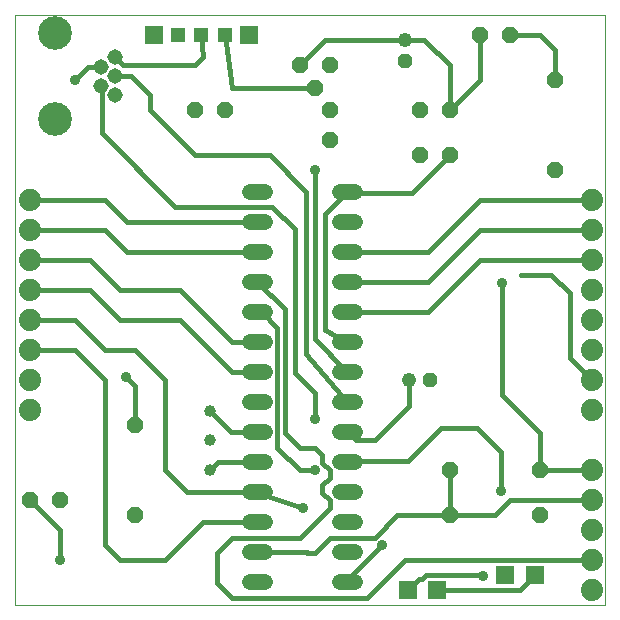
<source format=gbl>
G75*
%MOIN*%
%OFA0B0*%
%FSLAX25Y25*%
%IPPOS*%
%LPD*%
%AMOC8*
5,1,8,0,0,1.08239X$1,22.5*
%
%ADD10C,0.00000*%
%ADD11OC8,0.04800*%
%ADD12C,0.04800*%
%ADD13OC8,0.05200*%
%ADD14C,0.05150*%
%ADD15C,0.11220*%
%ADD16C,0.07400*%
%ADD17R,0.05150X0.05150*%
%ADD18R,0.05937X0.05937*%
%ADD19C,0.03969*%
%ADD20C,0.05200*%
%ADD21C,0.01000*%
%ADD22C,0.01600*%
%ADD23C,0.03562*%
D10*
X0009867Y0006093D02*
X0009867Y0202943D01*
X0206717Y0202943D01*
X0206717Y0006093D01*
X0009867Y0006093D01*
D11*
X0148367Y0081093D03*
X0139867Y0187593D03*
D12*
X0139867Y0194593D03*
X0141367Y0081093D03*
D13*
X0154867Y0051093D03*
X0154867Y0036093D03*
X0184867Y0036093D03*
X0184867Y0051093D03*
X0189867Y0151093D03*
X0189867Y0181093D03*
X0174867Y0196093D03*
X0164867Y0196093D03*
X0154867Y0171093D03*
X0144867Y0171093D03*
X0144867Y0156093D03*
X0154867Y0156093D03*
X0114867Y0161093D03*
X0114867Y0171093D03*
X0109867Y0178593D03*
X0114867Y0186093D03*
X0104867Y0186093D03*
X0079867Y0171093D03*
X0069867Y0171093D03*
X0049867Y0066093D03*
X0024867Y0041093D03*
X0014867Y0041093D03*
X0049867Y0036093D03*
D14*
X0043371Y0176093D03*
X0038646Y0179242D03*
X0043371Y0182392D03*
X0038646Y0185541D03*
X0043371Y0188691D03*
D15*
X0023292Y0196762D03*
X0023292Y0168022D03*
D16*
X0014867Y0141093D03*
X0014867Y0131093D03*
X0014867Y0121093D03*
X0014867Y0111093D03*
X0014867Y0101093D03*
X0014867Y0091093D03*
X0014867Y0081093D03*
X0014867Y0071093D03*
X0202367Y0071093D03*
X0202367Y0081093D03*
X0202367Y0091093D03*
X0202367Y0101093D03*
X0202367Y0111093D03*
X0202367Y0121093D03*
X0202367Y0131093D03*
X0202367Y0141093D03*
X0202367Y0051093D03*
X0202367Y0041093D03*
X0202367Y0031093D03*
X0202367Y0021093D03*
X0202367Y0011093D03*
D17*
X0079945Y0196093D03*
X0072071Y0196093D03*
X0064197Y0196093D03*
D18*
X0056323Y0196093D03*
X0087819Y0196093D03*
X0173430Y0016093D03*
X0183272Y0016093D03*
X0150772Y0011093D03*
X0140930Y0011093D03*
D19*
X0074867Y0051250D03*
X0074867Y0061093D03*
X0074867Y0070935D03*
D20*
X0088133Y0073848D02*
X0093333Y0073848D01*
X0093333Y0063848D02*
X0088133Y0063848D01*
X0088133Y0053848D02*
X0093333Y0053848D01*
X0093333Y0043848D02*
X0088133Y0043848D01*
X0088133Y0033848D02*
X0093333Y0033848D01*
X0093333Y0023848D02*
X0088133Y0023848D01*
X0088133Y0013848D02*
X0093333Y0013848D01*
X0118133Y0013848D02*
X0123333Y0013848D01*
X0123333Y0023848D02*
X0118133Y0023848D01*
X0118133Y0033848D02*
X0123333Y0033848D01*
X0123333Y0043848D02*
X0118133Y0043848D01*
X0118133Y0053848D02*
X0123333Y0053848D01*
X0123333Y0063848D02*
X0118133Y0063848D01*
X0118133Y0073848D02*
X0123333Y0073848D01*
X0123333Y0083848D02*
X0118133Y0083848D01*
X0118133Y0093848D02*
X0123333Y0093848D01*
X0123333Y0103848D02*
X0118133Y0103848D01*
X0118133Y0113848D02*
X0123333Y0113848D01*
X0123333Y0123848D02*
X0118133Y0123848D01*
X0118133Y0133848D02*
X0123333Y0133848D01*
X0123333Y0143848D02*
X0118133Y0143848D01*
X0093333Y0143848D02*
X0088133Y0143848D01*
X0088133Y0133848D02*
X0093333Y0133848D01*
X0093333Y0123848D02*
X0088133Y0123848D01*
X0088133Y0113848D02*
X0093333Y0113848D01*
X0093333Y0103848D02*
X0088133Y0103848D01*
X0088133Y0093848D02*
X0093333Y0093848D01*
X0093333Y0083848D02*
X0088133Y0083848D01*
D21*
X0080067Y0170793D02*
X0079867Y0171093D01*
D22*
X0082288Y0178593D02*
X0109867Y0178593D01*
X0104867Y0186093D02*
X0113367Y0194593D01*
X0139867Y0194593D01*
X0146367Y0194593D01*
X0154867Y0186093D01*
X0154867Y0171093D01*
X0164867Y0181093D01*
X0164867Y0196093D01*
X0174867Y0196093D02*
X0184867Y0196093D01*
X0189867Y0191093D01*
X0189867Y0181093D01*
X0154867Y0156093D02*
X0142367Y0143593D01*
X0122367Y0143593D01*
X0122111Y0143848D01*
X0120733Y0143848D01*
X0113242Y0136357D01*
X0113242Y0097968D01*
X0120733Y0093848D01*
X0121486Y0093848D01*
X0121867Y0093468D01*
X0120733Y0083848D02*
X0109867Y0094715D01*
X0109867Y0151093D01*
X0106992Y0143968D02*
X0106992Y0089968D01*
X0120733Y0073848D01*
X0120733Y0063848D02*
X0123489Y0061093D01*
X0129867Y0061093D01*
X0141367Y0072593D01*
X0141367Y0081093D01*
X0151867Y0065093D02*
X0163867Y0065093D01*
X0171867Y0057093D01*
X0171867Y0044093D01*
X0174867Y0041093D02*
X0202367Y0041093D01*
X0202367Y0051093D02*
X0184867Y0051093D01*
X0184867Y0063593D01*
X0172367Y0076093D01*
X0172367Y0113593D01*
X0178742Y0116218D02*
X0188742Y0116218D01*
X0194867Y0110093D01*
X0194867Y0088593D01*
X0202367Y0081093D01*
X0202367Y0121093D02*
X0164867Y0121093D01*
X0147623Y0103848D01*
X0120733Y0103848D01*
X0120733Y0113848D02*
X0147623Y0113848D01*
X0164867Y0131093D01*
X0202367Y0131093D01*
X0202367Y0141093D02*
X0164867Y0141093D01*
X0147623Y0123848D01*
X0120733Y0123848D01*
X0103242Y0131343D02*
X0095617Y0138968D01*
X0063367Y0138968D01*
X0038867Y0163468D01*
X0038867Y0179022D01*
X0038646Y0179242D01*
X0043371Y0182392D02*
X0048567Y0182392D01*
X0054867Y0176093D01*
X0054867Y0171093D01*
X0069867Y0156093D01*
X0094867Y0156093D01*
X0106992Y0143968D01*
X0103242Y0131343D02*
X0103242Y0083468D01*
X0109867Y0076843D01*
X0109867Y0068093D01*
X0109867Y0058593D02*
X0104867Y0058593D01*
X0099867Y0063593D01*
X0099867Y0104715D01*
X0090733Y0113848D01*
X0090733Y0103848D02*
X0092111Y0103848D01*
X0097367Y0098593D01*
X0097367Y0058593D01*
X0104867Y0051093D01*
X0109867Y0051093D01*
X0112367Y0053593D02*
X0112367Y0056093D01*
X0109867Y0058593D01*
X0112367Y0053593D02*
X0114867Y0051093D01*
X0114867Y0048593D01*
X0112367Y0046093D01*
X0112367Y0043593D01*
X0114867Y0041093D01*
X0114867Y0038593D01*
X0104867Y0028593D01*
X0082367Y0028593D01*
X0077367Y0023593D01*
X0077367Y0013593D01*
X0082367Y0008593D01*
X0127367Y0008593D01*
X0139867Y0021093D01*
X0202367Y0021093D01*
X0183272Y0016093D02*
X0178272Y0011093D01*
X0150772Y0011093D01*
X0146992Y0016093D02*
X0165617Y0016093D01*
X0165992Y0015718D01*
X0146992Y0016093D02*
X0145617Y0014718D01*
X0144555Y0014718D01*
X0140930Y0011093D01*
X0132367Y0026093D02*
X0120733Y0014459D01*
X0120733Y0013848D01*
X0109867Y0023593D02*
X0114867Y0028593D01*
X0129867Y0028593D01*
X0137367Y0036093D01*
X0154867Y0036093D01*
X0154867Y0051093D01*
X0140867Y0054093D02*
X0151867Y0065093D01*
X0140867Y0054093D02*
X0121867Y0054093D01*
X0121623Y0053848D01*
X0120733Y0053848D01*
X0105867Y0038593D02*
X0090989Y0043593D01*
X0090733Y0043848D01*
X0067111Y0043848D01*
X0059867Y0051093D01*
X0059867Y0081093D01*
X0049867Y0091093D01*
X0039867Y0091093D01*
X0029867Y0101093D01*
X0014867Y0101093D01*
X0014867Y0111093D02*
X0034867Y0111093D01*
X0044867Y0101093D01*
X0064867Y0101093D01*
X0082111Y0083848D01*
X0090733Y0083848D01*
X0090733Y0093848D02*
X0082111Y0093848D01*
X0064867Y0111093D01*
X0044867Y0111093D01*
X0034867Y0121093D01*
X0014867Y0121093D01*
X0014867Y0131093D02*
X0039867Y0131093D01*
X0047111Y0123848D01*
X0090733Y0123848D01*
X0090733Y0133848D02*
X0047111Y0133848D01*
X0039867Y0141093D01*
X0014867Y0141093D01*
X0029867Y0181093D02*
X0034315Y0185541D01*
X0038646Y0185541D01*
X0043371Y0188691D02*
X0045969Y0186093D01*
X0069867Y0186093D01*
X0072662Y0188888D01*
X0072071Y0196093D01*
X0079945Y0196093D02*
X0082288Y0178593D01*
X0029867Y0091093D02*
X0014867Y0091093D01*
X0029867Y0091093D02*
X0039867Y0081093D01*
X0039867Y0026093D01*
X0044867Y0021093D01*
X0059867Y0021093D01*
X0072623Y0033848D01*
X0090733Y0033848D01*
X0090733Y0023848D02*
X0107111Y0023848D01*
X0107367Y0023593D01*
X0109867Y0023593D01*
X0090733Y0053848D02*
X0077465Y0053848D01*
X0074867Y0051250D01*
X0081953Y0063848D02*
X0090733Y0063848D01*
X0081953Y0063848D02*
X0074867Y0070935D01*
X0049867Y0066093D02*
X0049867Y0079093D01*
X0046867Y0082093D01*
X0014867Y0041093D02*
X0024867Y0031093D01*
X0024867Y0021093D01*
X0154867Y0036093D02*
X0169867Y0036093D01*
X0174867Y0041093D01*
D23*
X0171867Y0044093D03*
X0165992Y0015718D03*
X0132367Y0026093D03*
X0105867Y0038593D03*
X0109867Y0051093D03*
X0109867Y0068093D03*
X0046867Y0082093D03*
X0024867Y0021093D03*
X0109867Y0151093D03*
X0172367Y0113593D03*
X0029867Y0181093D03*
M02*

</source>
